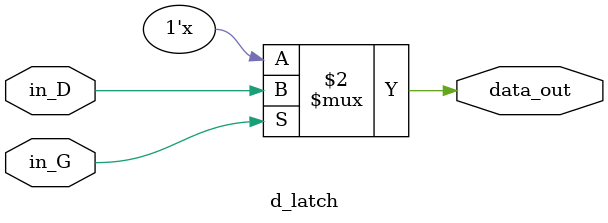
<source format=v>


module d_latch
(
    input in_D, in_G,
    output reg data_out
);
 always @ (*)
if(in_G)
    data_out<=in_D;
endmodule


</source>
